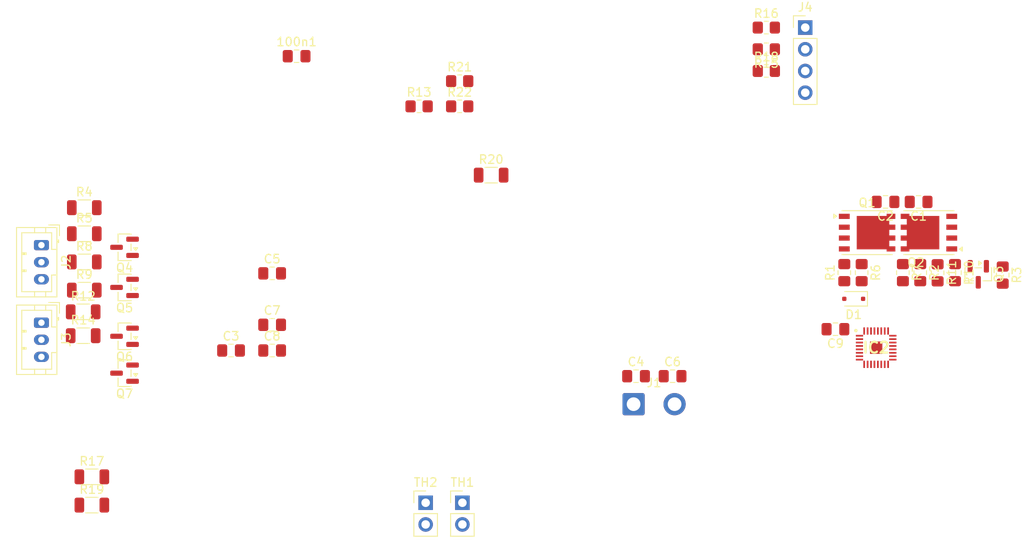
<source format=kicad_pcb>
(kicad_pcb (version 20241229) (generator "pcbnew") (generator_version "9.0")
  (layers (0 "F.Cu" signal) (2 "B.Cu" signal) (13 "F.Paste" user) (15 "B.Paste" user) (5 "F.SilkS" user "F.Silkscreen") (7 "B.SilkS" user "B.Silkscreen") (1 "F.Mask" user) (3 "B.Mask" user) (25 "Edge.Cuts" user))
  (net 0 "")
  (net 1 "Net-(IC2-SRP)")
  (net 2 "Net-(IC2-SRN)")
  (net 3 "Net-(C1-Pad2)")
  (net 4 "Net-(D1-A)")
  (net 5 "/PACK+")
  (net 6 "Net-(IC2-VC4)")
  (net 7 "Net-(IC2-VC3)")
  (net 8 "Net-(C4-Pad2)")
  (net 9 "Net-(IC2-VC2)")
  (net 10 "/PACK-")
  (net 11 "Net-(IC2-VC1)")
  (net 12 "GND")
  (net 13 "Net-(IC2-PBI)")
  (net 14 "Net-(D1-K)")
  (net 15 "Net-(IC2-TS2)")
  (net 17 "Net-(IC2-~{PRES}{slash}~{SHDN})")
  (net 18 "Net-(IC2-CHG)")
  (net 19 "Net-(IC2-SMBC)")
  (net 20 "Net-(IC2-FUSE)")
  (net 22 "Net-(IC2-TS1)")
  (net 23 "Net-(IC2-VCC)")
  (net 26 "Net-(IC2-SMBD)")
  (net 28 "Net-(IC2-PACK)")
  (net 29 "Net-(IC2-DSG)")
  (net 30 "Net-(J2-Pin_2)")
  (net 31 "Net-(J2-Pin_3)")
  (net 32 "Net-(J3-Pin_2)")
  (net 33 "/SMB_SDA")
  (net 34 "/SMB_SCL")
  (net 35 "/~{SHDN}")
  (net 36 "Net-(Q1-D)")
  (net 37 "Net-(Q1-G)")
  (net 38 "Net-(Q2-G)")
  (net 39 "Net-(Q3-G)")
  (net 40 "Net-(Q4-D)")
  (net 41 "Net-(Q5-D)")
  (net 42 "Net-(Q6-D)")
  (net 43 "Net-(Q7-S)")
  (footprint "Resistor_SMD:R_0805_2012Metric_Pad1.20x1.40mm_HandSolder" (layer "F.Cu") (at 136.224 80.752)
    (property "Reference" "R13" (at 0 -1.65 0) (layer "F.SilkS"))
    (property "Value" "0")
    (fp_line (start -0.227064 -0.735) (end 0.227064 -0.735) (stroke (width 0.12)) (layer "F.SilkS"))
    (fp_line (start -0.227064 0.735) (end 0.227064 0.735) (stroke (width 0.12)) (layer "F.SilkS"))
    (pad "1" smd roundrect (at -1 0) (size 1.2 1.4) (layers "F.Cu" "F.Mask" "F.Paste") (roundrect_rratio 0.208333) (net 12 "GND"))
    (pad "2" smd roundrect (at 1 0) (size 1.2 1.4) (layers "F.Cu" "F.Mask" "F.Paste") (roundrect_rratio 0.208333) (net 20 "Net-(IC2-FUSE)"))
  )
  (footprint "Connector_PinHeader_2.54mm:PinHeader_1x02_P2.54mm_Vertical" (layer "F.Cu") (at 141.29 127.152)
    (property "Reference" "TH1" (at 0 -2.38 0) (layer "F.SilkS"))
    (property "Value" "10k -- 3450K")
    (fp_line (start -1.38 -1.38) (end 0 -1.38) (stroke (width 0.12)) (layer "F.SilkS"))
    (fp_line (start -1.38 0) (end -1.38 -1.38) (stroke (width 0.12)) (layer "F.SilkS"))
    (fp_line (start -1.38 1.27) (end -1.38 3.92) (stroke (width 0.12)) (layer "F.SilkS"))
    (fp_line (start -1.38 1.27) (end 1.38 1.27) (stroke (width 0.12)) (layer "F.SilkS"))
    (fp_line (start -1.38 3.92) (end 1.38 3.92) (stroke (width 0.12)) (layer "F.SilkS"))
    (fp_line (start 1.38 1.27) (end 1.38 3.92) (stroke (width 0.12)) (layer "F.SilkS"))
    (pad "1" thru_hole rect (at 0 0) (size 1.7 1.7) (drill 1) (layers "*.Cu" "*.Mask") (net 15 "Net-(IC2-TS2)"))
    (pad "2" thru_hole circle (at 0 2.54) (size 1.7 1.7) (drill 1) (layers "*.Cu" "*.Mask") (net 12 "GND"))
  )
  (footprint "Capacitor_SMD:C_0805_2012Metric_Pad1.18x1.45mm_HandSolder" (layer "F.Cu") (at 190.8165 91.937 180)
    (property "Reference" "C2" (at 0 -1.68 0) (layer "F.SilkS"))
    (property "Value" "100n")
    (fp_line (start -0.261252 0.735) (end 0.261252 0.735) (stroke (width 0.12)) (layer "F.SilkS"))
    (fp_line (start -0.261252 -0.735) (end 0.261252 -0.735) (stroke (width 0.12)) (layer "F.SilkS"))
    (pad "1" smd roundrect (at -1.0375 0 180) (size 1.175 1.45) (layers "F.Cu" "F.Mask" "F.Paste") (roundrect_rratio 0.212766) (net 3 "Net-(C1-Pad2)"))
    (pad "2" smd roundrect (at 1.0375 0 180) (size 1.175 1.45) (layers "F.Cu" "F.Mask" "F.Paste") (roundrect_rratio 0.212766) (net 5 "/PACK+"))
  )
  (footprint "Capacitor_SMD:C_0805_2012Metric_Pad1.18x1.45mm_HandSolder" (layer "F.Cu") (at 165.8915 112.337)
    (property "Reference" "C6" (at 0 -1.68 0) (layer "F.SilkS"))
    (property "Value" "100n")
    (fp_line (start -0.261252 -0.735) (end 0.261252 -0.735) (stroke (width 0.12)) (layer "F.SilkS"))
    (fp_line (start -0.261252 0.735) (end 0.261252 0.735) (stroke (width 0.12)) (layer "F.SilkS"))
    (pad "1" smd roundrect (at -1.0375 0) (size 1.175 1.45) (layers "F.Cu" "F.Mask" "F.Paste") (roundrect_rratio 0.212766) (net 8 "Net-(C4-Pad2)"))
    (pad "2" smd roundrect (at 1.0375 0) (size 1.175 1.45) (layers "F.Cu" "F.Mask" "F.Paste") (roundrect_rratio 0.212766) (net 10 "/PACK-"))
  )
  (footprint "Resistor_SMD:R_1206_3216Metric" (layer "F.Cu") (at 97.0325 102.265)
    (property "Reference" "R9" (at 0 -1.83 0) (layer "F.SilkS"))
    (property "Value" "33")
    (fp_line (start -0.727064 -0.91) (end 0.727064 -0.91) (stroke (width 0.12)) (layer "F.SilkS"))
    (fp_line (start -0.727064 0.91) (end 0.727064 0.91) (stroke (width 0.12)) (layer "F.SilkS"))
    (pad "1" smd roundrect (at -1.4625 0) (size 1.125 1.75) (layers "F.Cu" "F.Mask" "F.Paste") (roundrect_rratio 0.222222) (net 30 "Net-(J2-Pin_2)"))
    (pad "2" smd roundrect (at 1.4625 0) (size 1.125 1.75) (layers "F.Cu" "F.Mask" "F.Paste") (roundrect_rratio 0.222222) (net 41 "Net-(Q5-D)"))
  )
  (footprint "BQ4050:QFN40P400X400X100-33N-D" (layer "F.Cu") (at 189.722 108.999)
    (property "Reference" "IC2" (at 0 0 0) (layer "F.SilkS") (effects (font (size 1.27 1.27) (thickness 0.254))))
    (property "Value" "BQ4050RSMR" (hide yes))
    (fp_circle (center -2.375 -2) (end -2.375 -1.9) (stroke (width 0.2)) (fill no) (layer "F.SilkS"))
    (pad "1" smd rect (at -1.95 -1.4 90) (size 0.2 0.85) (layers "F.Cu" "F.Mask" "F.Paste") (net 13 "Net-(IC2-PBI)"))
    (pad "2" smd rect (at -1.95 -1 90) (size 0.2 0.85) (layers "F.Cu" "F.Mask" "F.Paste") (net 6 "Net-(IC2-VC4)"))
    (pad "3" smd rect (at -1.95 -0.6 90) (size 0.2 0.85) (layers "F.Cu" "F.Mask" "F.Paste") (net 7 "Net-(IC2-VC3)"))
    (pad "4" smd rect (at -1.95 -0.2 90) (size 0.2 0.85) (layers "F.Cu" "F.Mask" "F.Paste") (net 9 "Net-(IC2-VC2)"))
    (pad "5" smd rect (at -1.95 0.2 90) (size 0.2 0.85) (layers "F.Cu" "F.Mask" "F.Paste") (net 11 "Net-(IC2-VC1)"))
    (pad "6" smd rect (at -1.95 0.6 90) (size 0.2 0.85) (layers "F.Cu" "F.Mask" "F.Paste") (net 2 "Net-(IC2-SRN)"))
    (pad "7" smd rect (at -1.95 1 90) (size 0.2 0.85) (layers "F.Cu" "F.Mask" "F.Paste") (net 12 "GND"))
    (pad "8" smd rect (at -1.95 1.4 90) (size 0.2 0.85) (layers "F.Cu" "F.Mask" "F.Paste") (net 1 "Net-(IC2-SRP)"))
    (pad "9" smd rect (at -1.4 1.95) (size 0.2 0.85) (layers "F.Cu" "F.Mask" "F.Paste") (net 12 "GND"))
    (pad "10" smd rect (at -1 1.95) (size 0.2 0.85) (layers "F.Cu" "F.Mask" "F.Paste") (net 22 "Net-(IC2-TS1)"))
    (pad "11" smd rect (at -0.6 1.95) (size 0.2 0.85) (layers "F.Cu" "F.Mask" "F.Paste") (net 15 "Net-(IC2-TS2)"))
    (pad "12" smd rect (at -0.2 1.95) (size 0.2 0.85) (layers "F.Cu" "F.Mask" "F.Paste") (net 12 "GND"))
    (pad "13" smd rect (at 0.2 1.95) (size 0.2 0.85) (layers "F.Cu" "F.Mask" "F.Paste") (net 12 "GND"))
    (pad "14" smd rect (at 0.6 1.95) (size 0.2 0.85) (layers "F.Cu" "F.Mask" "F.Paste") (net 12 "GND"))
    (pad "15" smd rect (at 1 1.95) (size 0.2 0.85) (layers "F.Cu" "F.Mask" "F.Paste"))
    (pad "16" smd rect (at 1.4 1.95) (size 0.2 0.85) (layers "F.Cu" "F.Mask" "F.Paste") (net 17 "Net-(IC2-~{PRES}{slash}~{SHDN})"))
    (pad "17" smd rect (at 1.95 1.4 90) (size 0.2 0.85) (layers "F.Cu" "F.Mask" "F.Paste") (net 12 "GND"))
    (pad "18" smd rect (at 1.95 1 90) (size 0.2 0.85) (layers "F.Cu" "F.Mask" "F.Paste") (net 26 "Net-(IC2-SMBD)"))
    (pad "19" smd rect (at 1.95 0.6 90) (size 0.2 0.85) (layers "F.Cu" "F.Mask" "F.Paste") (net 19 "Net-(IC2-SMBC)"))
    (pad "20" smd rect (at 1.95 0.2 90) (size 0.2 0.85) (layers "F.Cu" "F.Mask" "F.Paste"))
    (pad "21" smd rect (at 1.95 -0.2 90) (size 0.2 0.85) (layers "F.Cu" "F.Mask" "F.Paste"))
    (pad "22" smd rect (at 1.95 -0.6 90) (size 0.2 0.85) (layers "F.Cu" "F.Mask" "F.Paste"))
    (pad "23" smd rect (at 1.95 -1 90) (size 0.2 0.85) (layers "F.Cu" "F.Mask" "F.Paste") (net 12 "GND"))
    (pad "24" smd rect (at 1.95 -1.4 90) (size 0.2 0.85) (layers "F.Cu" "F.Mask" "F.Paste") (net 12 "GND"))
    (pad "25" smd rect (at 1.4 -1.95) (size 0.2 0.85) (layers "F.Cu" "F.Mask" "F.Paste") (net 20 "Net-(IC2-FUSE)"))
    (pad "26" smd rect (at 1 -1.95) (size 0.2 0.85) (layers "F.Cu" "F.Mask" "F.Paste") (net 23 "Net-(IC2-VCC)"))
    (pad "27" smd rect (at 0.6 -1.95) (size 0.2 0.85) (layers "F.Cu" "F.Mask" "F.Paste") (net 28 "Net-(IC2-PACK)"))
    (pad "28" smd rect (at 0.2 -1.95) (size 0.2 0.85) (layers "F.Cu" "F.Mask" "F.Paste") (net 29 "Net-(IC2-DSG)"))
    (pad "29" smd rect (at -0.2 -1.95) (size 0.2 0.85) (layers "F.Cu" "F.Mask" "F.Paste") (net 12 "GND"))
    (pad "30" smd rect (at -0.6 -1.95) (size 0.2 0.85) (layers "F.Cu" "F.Mask" "F.Paste"))
    (pad "31" smd rect (at -1 -1.95) (size 0.2 0.85) (layers "F.Cu" "F.Mask" "F.Paste") (net 18 "Net-(IC2-CHG)"))
    (pad "32" smd rect (at -1.4 -1.95) (size 0.2 0.85) (layers "F.Cu" "F.Mask" "F.Paste") (net 14 "Net-(D1-K)"))
    (pad "33" smd rect (at 0 0) (size 1.45 1.45) (layers "F.Cu" "F.Mask" "F.Paste") (net 12 "GND"))
  )
  (footprint "Package_SO:PowerPAK_SO-8_Single" (layer "F.Cu") (at 195.901 95.534 180)
    (property "Reference" "Q2" (at 1.524 -3.5 0) (layer "F.SilkS"))
    (property "Value" "AON6512")
    (fp_line (start -2.945 2.57) (end 2.945 2.57) (stroke (width 0.12)) (layer "F.SilkS"))
    (fp_line (start -2.945 -2.57) (end 2.945 -2.57) (stroke (width 0.12)) (layer "F.SilkS"))
    (fp_poly (pts (xy -3.575 -1.925) (xy -3.905 -2.165) (xy -3.905 -1.685) (xy -3.575 -1.925)) (stroke (width 0.12)) (fill yes) (layer "F.SilkS"))
    (pad "1" smd rect (at -2.67 -1.905 180) (size 1.27 0.61) (layers "F.Cu" "F.Mask" "F.Paste") (net 5 "/PACK+"))
    (pad "2" smd rect (at -2.67 -0.635 180) (size 1.27 0.61) (layers "F.Cu" "F.Mask" "F.Paste") (net 5 "/PACK+"))
    (pad "3" smd rect (at -2.67 0.635 180) (size 1.27 0.61) (layers "F.Cu" "F.Mask" "F.Paste") (net 5 "/PACK+"))
    (pad "4" smd rect (at -2.67 1.905 180) (size 1.27 0.61) (layers "F.Cu" "F.Mask" "F.Paste") (net 38 "Net-(Q2-G)"))
    (pad "5" smd rect (at 0.69 0 180) (size 3.81 3.91) (layers "F.Cu" "F.Mask" "F.Paste") (net 36 "Net-(Q1-D)"))
    (pad "5" smd rect (at 2.795 -1.905 180) (size 1.02 0.61) (layers "F.Cu" "F.Mask" "F.Paste") (net 36 "Net-(Q1-D)"))
    (pad "5" smd rect (at 2.795 -0.635 180) (size 1.02 0.61) (layers "F.Cu" "F.Mask" "F.Paste") (net 36 "Net-(Q1-D)"))
    (pad "5" smd rect (at 2.795 0.635 180) (size 1.02 0.61) (layers "F.Cu" "F.Mask" "F.Paste") (net 36 "Net-(Q1-D)"))
    (pad "5" smd rect (at 2.795 1.905 180) (size 1.02 0.61) (layers "F.Cu" "F.Mask" "F.Paste") (net 36 "Net-(Q1-D)"))
  )
  (footprint "Capacitor_SMD:C_0805_2012Metric_Pad1.18x1.45mm_HandSolder" (layer "F.Cu") (at 119.021 106.321)
    (property "Reference" "C7" (at 0 -1.68 0) (layer "F.SilkS"))
    (property "Value" "100n")
    (fp_line (start -0.261252 -0.735) (end 0.261252 -0.735) (stroke (width 0.12)) (layer "F.SilkS"))
    (fp_line (start -0.261252 0.735) (end 0.261252 0.735) (stroke (width 0.12)) (layer "F.SilkS"))
    (pad "1" smd roundrect (at -1.0375 0) (size 1.175 1.45) (layers "F.Cu" "F.Mask" "F.Paste") (roundrect_rratio 0.212766) (net 9 "Net-(IC2-VC2)"))
    (pad "2" smd roundrect (at 1.0375 0) (size 1.175 1.45) (layers "F.Cu" "F.Mask" "F.Paste") (roundrect_rratio 0.212766) (net 11 "Net-(IC2-VC1)"))
  )
  (footprint "Connector_PinHeader_2.54mm:PinHeader_1x02_P2.54mm_Vertical" (layer "F.Cu") (at 136.99 127.152)
    (property "Reference" "TH2" (at 0 -2.38 0) (layer "F.SilkS"))
    (property "Value" "10k -- 3450K")
    (fp_line (start -1.38 -1.38) (end 0 -1.38) (stroke (width 0.12)) (layer "F.SilkS"))
    (fp_line (start -1.38 0) (end -1.38 -1.38) (stroke (width 0.12)) (layer "F.SilkS"))
    (fp_line (start -1.38 1.27) (end -1.38 3.92) (stroke (width 0.12)) (layer "F.SilkS"))
    (fp_line (start -1.38 1.27) (end 1.38 1.27) (stroke (width 0.12)) (layer "F.SilkS"))
    (fp_line (start -1.38 3.92) (end 1.38 3.92) (stroke (width 0.12)) (layer "F.SilkS"))
    (fp_line (start 1.38 1.27) (end 1.38 3.92) (stroke (width 0.12)) (layer "F.SilkS"))
    (pad "1" thru_hole rect (at 0 0) (size 1.7 1.7) (drill 1) (layers "*.Cu" "*.Mask") (net 22 "Net-(IC2-TS1)"))
    (pad "2" thru_hole circle (at 0 2.54) (size 1.7 1.7) (drill 1) (layers "*.Cu" "*.Mask") (net 12 "GND"))
  )
  (footprint "Resistor_SMD:R_0805_2012Metric_Pad1.20x1.40mm_HandSolder" (layer "F.Cu") (at 204.536 100.503 -90)
    (property "Reference" "R3" (at 0 -1.65 90) (layer "F.SilkS"))
    (property "Value" "10k")
    (fp_line (start -0.227064 0.735) (end 0.227064 0.735) (stroke (width 0.12)) (layer "F.SilkS"))
    (fp_line (start -0.227064 -0.735) (end 0.227064 -0.735) (stroke (width 0.12)) (layer "F.SilkS"))
    (pad "1" smd roundrect (at -1 0 270) (size 1.2 1.4) (layers "F.Cu" "F.Mask" "F.Paste") (roundrect_rratio 0.208333) (net 39 "Net-(Q3-G)"))
    (pad "2" smd roundrect (at 1 0 270) (size 1.2 1.4) (layers "F.Cu" "F.Mask" "F.Paste") (roundrect_rratio 0.208333) (net 10 "/PACK-"))
  )
  (footprint "Capacitor_SMD:C_0805_2012Metric_Pad1.18x1.45mm_HandSolder" (layer "F.Cu") (at 184.9565 106.837 180)
    (property "Reference" "C9" (at 0 -1.68 0) (layer "F.SilkS"))
    (property "Value" "2u2")
    (fp_line (start -0.261252 0.735) (end 0.261252 0.735) (stroke (width 0.12)) (layer "F.SilkS"))
    (fp_line (start -0.261252 -0.735) (end 0.261252 -0.735) (stroke (width 0.12)) (layer "F.SilkS"))
    (pad "1" smd roundrect (at -1.0375 0 180) (size 1.175 1.45) (layers "F.Cu" "F.Mask" "F.Paste") (roundrect_rratio 0.212766) (net 13 "Net-(IC2-PBI)"))
    (pad "2" smd roundrect (at 1.0375 0 180) (size 1.175 1.45) (layers "F.Cu" "F.Mask" "F.Paste") (roundrect_rratio 0.212766) (net 12 "GND"))
  )
  (footprint "Resistor_SMD:R_1206_3216Metric" (layer "F.Cu") (at 97.0325 92.613)
    (property "Reference" "R4" (at 0 -1.83 0) (layer "F.SilkS"))
    (property "Value" "200")
    (fp_line (start -0.727064 -0.91) (end 0.727064 -0.91) (stroke (width 0.12)) (layer "F.SilkS"))
    (fp_line (start -0.727064 0.91) (end 0.727064 0.91) (stroke (width 0.12)) (layer "F.SilkS"))
    (pad "1" smd roundrect (at -1.4625 0) (size 1.125 1.75) (layers "F.Cu" "F.Mask" "F.Paste") (roundrect_rratio 0.222222) (net 4 "Net-(D1-A)"))
    (pad "2" smd roundrect (at 1.4625 0) (size 1.125 1.75) (layers "F.Cu" "F.Mask" "F.Paste") (roundrect_rratio 0.222222) (net 6 "Net-(IC2-VC4)"))
  )
  (footprint "Resistor_SMD:R_0805_2012Metric_Pad1.20x1.40mm_HandSolder" (layer "F.Cu") (at 194.884 100.217 -90)
    (property "Reference" "R2" (at 0 -1.65 90) (layer "F.SilkS"))
    (property "Value" "10M")
    (fp_line (start -0.227064 0.735) (end 0.227064 0.735) (stroke (width 0.12)) (layer "F.SilkS"))
    (fp_line (start -0.227064 -0.735) (end 0.227064 -0.735) (stroke (width 0.12)) (layer "F.SilkS"))
    (pad "1" smd roundrect (at -1 0 270) (size 1.2 1.4) (layers "F.Cu" "F.Mask" "F.Paste") (roundrect_rratio 0.208333) (net 5 "/PACK+"))
    (pad "2" smd roundrect (at 1 0 270) (size 1.2 1.4) (layers "F.Cu" "F.Mask" "F.Paste") (roundrect_rratio 0.208333) (net 38 "Net-(Q2-G)"))
  )
  (footprint "Capacitor_SMD:C_0805_2012Metric_Pad1.18x1.45mm_HandSolder" (layer "F.Cu") (at 114.211 109.331)
    (property "Reference" "C3" (at 0 -1.68 0) (layer "F.SilkS"))
    (property "Value" "100n")
    (fp_line (start -0.261252 -0.735) (end 0.261252 -0.735) (stroke (width 0.12)) (layer "F.SilkS"))
    (fp_line (start -0.261252 0.735) (end 0.261252 0.735) (stroke (width 0.12)) (layer "F.SilkS"))
    (pad "1" smd roundrect (at -1.0375 0) (size 1.175 1.45) (layers "F.Cu" "F.Mask" "F.Paste") (roundrect_rratio 0.212766) (net 6 "Net-(IC2-VC4)"))
    (pad "2" smd roundrect (at 1.0375 0) (size 1.175 1.45) (layers "F.Cu" "F.Mask" "F.Paste") (roundrect_rratio 0.212766) (net 7 "Net-(IC2-VC3)"))
  )
  (footprint "Capacitor_SMD:C_0805_2012Metric_Pad1.18x1.45mm_HandSolder" (layer "F.Cu") (at 119.021 100.301)
    (property "Reference" "C5" (at 0 -1.68 0) (layer "F.SilkS"))
    (property "Value" "100n")
    (fp_line (start -0.261252 -0.735) (end 0.261252 -0.735) (stroke (width 0.12)) (layer "F.SilkS"))
    (fp_line (start -0.261252 0.735) (end 0.261252 0.735) (stroke (width 0.12)) (layer "F.SilkS"))
    (pad "1" smd roundrect (at -1.0375 0) (size 1.175 1.45) (layers "F.Cu" "F.Mask" "F.Paste") (roundrect_rratio 0.212766) (net 7 "Net-(IC2-VC3)"))
    (pad "2" smd roundrect (at 1.0375 0) (size 1.175 1.45) (layers "F.Cu" "F.Mask" "F.Paste") (roundrect_rratio 0.212766) (net 9 "Net-(IC2-VC2)"))
  )
  (footprint "Package_TO_SOT_SMD:SOT-23" (layer "F.Cu") (at 201.676 100.4085 -90)
    (property "Reference" "Q3" (at 0 -2.4 90) (layer "F.SilkS"))
    (property "Value" "2N7002")
    (fp_line (start -0.76 1.56) (end -0.76 1.51) (stroke (width 0.12)) (layer "F.SilkS"))
    (fp_line (start 0.76 1.56) (end -0.76 1.56) (stroke (width 0.12)) (layer "F.SilkS"))
    (fp_line (start 0.76 0.56) (end 0.76 1.56) (stroke (width 0.12)) (layer "F.SilkS"))
    (fp_line (start -0.76 0.39) (end -0.76 -0.39) (stroke (width 0.12)) (layer "F.SilkS"))
    (fp_line (start -0.76 -1.51) (end -0.76 -1.56) (stroke (width 0.12)) (layer "F.SilkS"))
    (fp_line (start -0.76 -1.56) (end 0.76 -1.56) (stroke (width 0.12)) (layer "F.SilkS"))
    (fp_line (start 0.76 -1.56) (end 0.76 -0.56) (stroke (width 0.12)) (layer "F.SilkS"))
    (fp_poly (pts (xy -1.3 -0.38) (xy -1.06 -0.05) (xy -1.54 -0.05)) (stroke (width 0.12)) (fill yes) (layer "F.SilkS"))
    (pad "1" smd roundrect (at -0.9375 -0.95 270) (size 1.475 0.6) (layers "F.Cu" "F.Mask" "F.Paste") (net 39 "Net-(Q3-G)"))
    (pad "2" smd roundrect (at -0.9375 0.95 270) (size 1.475 0.6) (layers "F.Cu" "F.Mask" "F.Paste") (net 5 "/PACK+"))
    (pad "3" smd roundrect (at 0.9375 0 270) (size 1.475 0.6) (layers "F.Cu" "F.Mask" "F.Paste") (net 38 "Net-(Q2-G)"))
  )
  (footprint "Package_TO_SOT_SMD:SOT-23" (layer "F.Cu") (at 101.7445 101.945 180)
    (property "Reference" "Q5" (at 0 -2.4 0) (layer "F.SilkS"))
    (property "Value" "AO3400A")
    (fp_line (start 0.76 1.56) (end -0.76 1.56) (stroke (width 0.12)) (layer "F.SilkS"))
    (fp_line (start 0.76 0.56) (end 0.76 1.56) (stroke (width 0.12)) (layer "F.SilkS"))
    (fp_line (start 0.76 -1.56) (end 0.76 -0.56) (stroke (width 0.12)) (layer "F.SilkS"))
    (fp_line (start -0.76 1.56) (end -0.76 1.51) (stroke (width 0.12)) (layer "F.SilkS"))
    (fp_line (start -0.76 0.39) (end -0.76 -0.39) (stroke (width 0.12)) (layer "F.SilkS"))
    (fp_line (start -0.76 -1.51) (end -0.76 -1.56) (stroke (width 0.12)) (layer "F.SilkS"))
    (fp_line (start -0.76 -1.56) (end 0.76 -1.56) (stroke (width 0.12)) (layer "F.SilkS"))
    (fp_poly (pts (xy -1.3 -0.38) (xy -1.06 -0.05) (xy -1.54 -0.05)) (stroke (width 0.12)) (fill yes) (layer "F.SilkS"))
    (pad "1" smd roundrect (at -0.9375 -0.95 180) (size 1.475 0.6) (layers "F.Cu" "F.Mask" "F.Paste") (net 9 "Net-(IC2-VC2)"))
    (pad "2" smd roundrect (at -0.9375 0.95 180) (size 1.475 0.6) (layers "F.Cu" "F.Mask" "F.Paste") (net 31 "Net-(J2-Pin_3)"))
    (pad "3" smd roundrect (at 0.9375 0 180) (size 1.475 0.6) (layers "F.Cu" "F.Mask" "F.Paste") (net 41 "Net-(Q5-D)"))
  )
  (footprint "Resistor_SMD:R_1206_3216Metric" (layer "F.Cu") (at 97.9175 124.117)
    (property "Reference" "R17" (at 0 -1.83 0) (layer "F.SilkS"))
    (property "Value" "200")
    (fp_line (start -0.727064 -0.91) (end 0.727064 -0.91) (stroke (width 0.12)) (layer "F.SilkS"))
    (fp_line (start -0.727064 0.91) (end 0.727064 0.91) (stroke (width 0.12)) (layer "F.SilkS"))
    (pad "1" smd roundrect (at -1.4625 0) (size 1.125 1.75) (layers "F.Cu" "F.Mask" "F.Paste") (roundrect_rratio 0.222222) (net 32 "Net-(J3-Pin_2)"))
    (pad "2" smd roundrect (at 1.4625 0) (size 1.125 1.75) (layers "F.Cu" "F.Mask" "F.Paste") (roundrect_rratio 0.222222) (net 11 "Net-(IC2-VC1)"))
  )
  (footprint "Resistor_SMD:R_0805_2012Metric_Pad1.20x1.40mm_HandSolder" (layer "F.Cu") (at 140.974 77.802)
    (property "Reference" "R21" (at 0 -1.65 0) (layer "F.SilkS"))
    (property "Value" "100")
    (fp_line (start -0.227064 -0.735) (end 0.227064 -0.735) (stroke (width 0.12)) (layer "F.SilkS"))
    (fp_line (start -0.227064 0.735) (end 0.227064 0.735) (stroke (width 0.12)) (layer "F.SilkS"))
    (pad "1" smd roundrect (at -1 0) (size 1.2 1.4) (layers "F.Cu" "F.Mask" "F.Paste") (roundrect_rratio 0.208333) (net 1 "Net-(IC2-SRP)"))
    (pad "2" smd roundrect (at 1 0) (size 1.2 1.4) (layers "F.Cu" "F.Mask" "F.Paste") (roundrect_rratio 0.208333) (net 12 "GND"))
  )
  (footprint "Resistor_SMD:R_0805_2012Metric_Pad1.20x1.40mm_HandSolder" (layer "F.Cu") (at 176.866 74.071 180)
    (property "Reference" "R15" (at 0 -1.65 0) (layer "F.SilkS"))
    (property "Value" "100")
    (fp_line (start -0.227064 0.735) (end 0.227064 0.735) (stroke (width 0.12)) (layer "F.SilkS"))
    (fp_line (start -0.227064 -0.735) (end 0.227064 -0.735) (stroke (width 0.12)) (layer "F.SilkS"))
    (pad "1" smd roundrect (at -1 0 180) (size 1.2 1.4) (layers "F.Cu" "F.Mask" "F.Paste") (roundrect_rratio 0.208333) (net 34 "/SMB_SCL"))
    (pad "2" smd roundrect (at 1 0 180) (size 1.2 1.4) (layers "F.Cu" "F.Mask" "F.Paste") (roundrect_rratio 0.208333) (net 19 "Net-(IC2-SMBC)"))
  )
  (footprint "Resistor_SMD:R_0805_2012Metric_Pad1.20x1.40mm_HandSolder" (layer "F.Cu") (at 176.866 71.531)
    (property "Reference" "R16" (at 0 -1.65 0) (layer "F.SilkS"))
    (property "Value" "100")
    (fp_line (start -0.227064 -0.735) (end 0.227064 -0.735) (stroke (width 0.12)) (layer "F.SilkS"))
    (fp_line (start -0.227064 0.735) (end 0.227064 0.735) (stroke (width 0.12)) (layer "F.SilkS"))
    (pad "1" smd roundrect (at -1 0) (size 1.2 1.4) (layers "F.Cu" "F.Mask" "F.Paste") (roundrect_rratio 0.208333) (net 26 "Net-(IC2-SMBD)"))
    (pad "2" smd roundrect (at 1 0) (size 1.2 1.4) (layers "F.Cu" "F.Mask" "F.Paste") (roundrect_rratio 0.208333) (net 33 "/SMB_SDA"))
  )
  (footprint "Package_TO_SOT_SMD:SOT-23" (layer "F.Cu") (at 101.7445 107.665 180)
    (property "Reference" "Q6" (at 0 -2.4 0) (layer "F.SilkS"))
    (property "Value" "AO3400A")
    (fp_line (start 0.76 1.56) (end -0.76 1.56) (stroke (width 0.12)) (layer "F.SilkS"))
    (fp_line (start 0.76 0.56) (end 0.76 1.56) (stroke (width 0.12)) (layer "F.SilkS"))
    (fp_line (start 0.76 -1.56) (end 0.76 -0.56) (stroke (width 0.12)) (layer "F.SilkS"))
    (fp_line (start -0.76 1.56) (end -0.76 1.51) (stroke (width 0.12)) (layer "F.SilkS"))
    (fp_line (start -0.76 0.39) (end -0.76 -0.39) (stroke (width 0.12)) (layer "F.SilkS"))
    (fp_line (start -0.76 -1.51) (end -0.76 -1.56) (stroke (width 0.12)) (layer "F.SilkS"))
    (fp_line (start -0.76 -1.56) (end 0.76 -1.56) (stroke (width 0.12)) (layer "F.SilkS"))
    (fp_poly (pts (xy -1.3 -0.38) (xy -1.06 -0.05) (xy -1.54 -0.05)) (stroke (width 0.12)) (fill yes) (layer "F.SilkS"))
    (pad "1" smd roundrect (at -0.9375 -0.95 180) (size 1.475 0.6) (layers "F.Cu" "F.Mask" "F.Paste") (net 11 "Net-(IC2-VC1)"))
    (pad "2" smd roundrect (at -0.9375 0.95 180) (size 1.475 0.6) (layers "F.Cu" "F.Mask" "F.Paste") (net 32 "Net-(J3-Pin_2)"))
    (pad "3" smd roundrect (at 0.9375 0 180) (size 1.475 0.6) (layers "F.Cu" "F.Mask" "F.Paste") (net 42 "Net-(Q6-D)"))
  )
  (footprint "Package_TO_SOT_SMD:SOT-23" (layer "F.Cu") (at 101.7445 97.251 180)
    (property "Reference" "Q4" (at 0 -2.4 0) (layer "F.SilkS"))
    (property "Value" "AO3400A")
    (fp_line (start 0.76 1.56) (end -0.76 1.56) (stroke (width 0.12)) (layer "F.SilkS"))
    (fp_line (start 0.76 0.56) (end 0.76 1.56) (stroke (width 0.12)) (layer "F.SilkS"))
    (fp_line (start 0.76 -1.56) (end 0.76 -0.56) (stroke (width 0.12)) (layer "F.SilkS"))
    (fp_line (start -0.76 1.56) (end -0.76 1.51) (stroke (width 0.12)) (layer "F.SilkS"))
    (fp_line (start -0.76 0.39) (end -0.76 -0.39) (stroke (width 0.12)) (layer "F.SilkS"))
    (fp_line (start -0.76 -1.51) (end -0.76 -1.56) (stroke (width 0.12)) (layer "F.SilkS"))
    (fp_line (start -0.76 -1.56) (end 0.76 -1.56) (stroke (width 0.12)) (layer "F.SilkS"))
    (fp_poly (pts (xy -1.3 -0.38) (xy -1.06 -0.05) (xy -1.54 -0.05)) (stroke (width 0.12)) (fill yes) (layer "F.SilkS"))
    (pad "1" smd roundrect (at -0.9375 -0.95 180) (size 1.475 0.6) (layers "F.Cu" "F.Mask" "F.Paste") (net 7 "Net-(IC2-VC3)"))
    (pad "2" smd roundrect (at -0.9375 0.95 180) (size 1.475 0.6) (layers "F.Cu" "F.Mask" "F.Paste") (net 30 "Net-(J2-Pin_2)"))
    (pad "3" smd roundrect (at 0.9375 0 180) (size 1.475 0.6) (layers "F.Cu" "F.Mask" "F.Paste") (net 40 "Net-(Q4-D)"))
  )
  (footprint "Connector_JST:JST_PH_B3B-PH-K_1x03_P2.00mm_Vertical" (layer "F.Cu") (at 92.014 96.995 -90)
    (property "Reference" "J2" (at 2 -2.9 90) (layer "F.SilkS"))
    (property "Value" "PACK1")
    (fp_line (start -2.06 2.91) (end 6.06 2.91) (stroke (width 0.12)) (layer "F.SilkS"))
    (fp_line (start 6.06 2.91) (end 6.06 -1.81) (stroke (width 0.12)) (layer "F.SilkS"))
    (fp_line (start -1.45 2.3) (end 5.45 2.3) (stroke (width 0.12)) (layer "F.SilkS"))
    (fp_line (start 0.9 2.3) (end 0.9 1.8) (stroke (width 0.12)) (layer "F.SilkS"))
    (fp_line (start 1 2.3) (end 1 1.8) (stroke (width 0.12)) (layer "F.SilkS"))
    (fp_line (start 2.9 2.3) (end 2.9 1.8) (stroke (width 0.12)) (layer "F.SilkS"))
    (fp_line (start 3 2.3) (end 3 1.8) (stroke (width 0.12)) (layer "F.SilkS"))
    (fp_line (start 5.45 2.3) (end 5.45 -1.2) (stroke (width 0.12)) (layer "F.SilkS"))
    (fp_line (start 0.9 1.8) (end 1.1 1.8) (stroke (width 0.12)) (layer "F.SilkS"))
    (fp_line (start 1.1 1.8) (end 1.1 2.3) (stroke (width 0.12)) (layer "F.SilkS"))
    (fp_line (start 2.9 1.8) (end 3.1 1.8) (stroke (width 0.12)) (layer "F.SilkS"))
    (fp_line (start 3.1 1.8) (end 3.1 2.3) (stroke (width 0.12)) (layer "F.SilkS"))
    (fp_line (start -2.06 0.8) (end -1.45 0.8) (stroke (width 0.12)) (layer "F.SilkS"))
    (fp_line (start 6.06 0.8) (end 5.45 0.8) (stroke (width 0.12)) (layer "F.SilkS"))
    (fp_line (start -2.06 -0.5) (end -1.45 -0.5) (stroke (width 0.12)) (layer "F.SilkS"))
    (fp_line (start 6.06 -0.5) (end 5.45 -0.5) (stroke (width 0.12)) (layer "F.SilkS"))
    (fp_line (start -1.45 -1.2) (end -1.45 2.3) (stroke (width 0.12)) (layer "F.SilkS"))
    (fp_line (start 0.5 -1.2) (end -1.45 -1.2) (stroke (width 0.12)) (layer "F.SilkS"))
    (fp_line (start 3.5 -1.2) (end 3.5 -1.81) (stroke (width 0.12)) (layer "F.SilkS"))
    (fp_line (start 5.45 -1.2) (end 3.5 -1.2) (stroke (width 0.12)) (layer "F.SilkS"))
    (fp_line (start -2.06 -1.81) (end -2.06 2.91) (stroke (width 0.12)) (layer "F.SilkS"))
    (fp_line (start -0.3 -1.81) (end -0.3 -2.01) (stroke (width 0.12)) (layer "F.SilkS"))
    (fp_line (start 0.5 -1.81) (end 0.5 -1.2) (stroke (width 0.12)) (layer "F.SilkS"))
    (fp_line (start 6.06 -1.81) (end -2.06 -1.81) (stroke (width 0.12)) (layer "F.SilkS"))
    (fp_line (start -0.3 -1.91) (end -0.6 -1.91) (stroke (width 0.12)) (layer "F.SilkS"))
    (fp_line (start -0.6 -2.01) (end -0.6 -1.81) (stroke (width 0.12)) (layer "F.SilkS"))
    (fp_line (start -0.3 -2.01) (end -0.6 -2.01) (stroke (width 0.12)) (layer "F.SilkS"))
    (fp_line (start -2.36 -2.11) (end -2.36 -0.86) (stroke (width 0.12)) (layer "F.SilkS"))
    (fp_line (start -1.11 -2.11) (end -2.36 -2.11) (stroke (width 0.12)) (layer "F.SilkS"))
    (pad "1" thru_hole roundrect (at 0 0 270) (size 1.2 1.75) (drill 0.75) (layers "*.Cu" "*.Mask") (roundrect_rratio 0.208333) (net 4 "Net-(D1-A)"))
    (pad "2" thru_hole oval (at 2 0 270) (size 1.2 1.75) (drill 0.75) (layers "*.Cu" "*.Mask") (net 30 "Net-(J2-Pin_2)"))
    (pad "3" thru_hole oval (at 4 0 270) (size 1.2 1.75) (drill 0.75) (layers "*.Cu" "*.Mask") (net 31 "Net-(J2-Pin_3)"))
  )
  (footprint "Resistor_SMD:R_1206_3216Metric" (layer "F.Cu") (at 144.6535 88.803)
    (property "Reference" "R20" (at 0 -1.83 0) (layer "F.SilkS"))
    (property "Value" "0.001")
    (fp_line (start -0.727064 -0.91) (end 0.727064 -0.91) (stroke (width 0.12)) (layer "F.SilkS"))
    (fp_line (start -0.727064 0.91) (end 0.727064 0.91) (stroke (width 0.12)) (layer "F.SilkS"))
    (pad "1" smd roundrect (at -1.4625 0) (size 1.125 1.75) (layers "F.Cu" "F.Mask" "F.Paste") (roundrect_rratio 0.222222) (net 12 "GND"))
    (pad "2" smd roundrect (at 1.4625 0) (size 1.125 1.75) (layers "F.Cu" "F.Mask" "F.Paste") (roundrect_rratio 0.222222) (net 10 "/PACK-"))
  )
  (footprint "Capacitor_SMD:C_0805_2012Metric_Pad1.18x1.45mm_HandSolder" (layer "F.Cu") (at 121.884 74.882)
    (property "Reference" "100n1" (at 0 -1.68 0) (layer "F.SilkS"))
    (property "Value" "C")
    (fp_line (start -0.261252 -0.735) (end 0.261252 -0.735) (stroke (width 0.12)) (layer "F.SilkS"))
    (fp_line (start -0.261252 0.735) (end 0.261252 0.735) (stroke (width 0.12)) (layer "F.SilkS"))
    (pad "1" smd roundrect (at -1.0375 0) (size 1.175 1.45) (layers "F.Cu" "F.Mask" "F.Paste") (roundrect_rratio 0.212766) (net 1 "Net-(IC2-SRP)"))
    (pad "2" smd roundrect (at 1.0375 0) (size 1.175 1.45) (layers "F.Cu" "F.Mask" "F.Paste") (roundrect_rratio 0.212766) (net 2 "Net-(IC2-SRN)"))
  )
  (footprint "Resistor_SMD:R_1206_3216Metric" (layer "F.Cu") (at 97.0325 95.661)
    (property "Reference" "R5" (at 0 -1.83 0) (layer "F.SilkS"))
    (property "Value" "33")
    (fp_line (start -0.727064 -0.91) (end 0.727064 -0.91) (stroke (width 0.12)) (layer "F.SilkS"))
    (fp_line (start -0.727064 0.91) (end 0.727064 0.91) (stroke (width 0.12)) (layer "F.SilkS"))
    (pad "1" smd roundrect (at -1.4625 0) (size 1.125 1.75) (layers "F.Cu" "F.Mask" "F.Paste") (roundrect_rratio 0.222222) (net 4 "Net-(D1-A)"))
    (pad "2" smd roundrect (at 1.4625 0) (size 1.125 1.75) (layers "F.Cu" "F.Mask" "F.Paste") (roundrect_rratio 0.222222) (net 40 "Net-(Q4-D)"))
  )
  (footprint "Resistor_SMD:R_0805_2012Metric_Pad1.20x1.40mm_HandSolder" (layer "F.Cu") (at 196.916 100.233 -90)
    (property "Reference" "R11" (at 0 -1.65 90) (layer "F.SilkS"))
    (property "Value" "10k")
    (fp_line (start -0.227064 0.735) (end 0.227064 0.735) (stroke (width 0.12)) (layer "F.SilkS"))
    (fp_line (start -0.227064 -0.735) (end 0.227064 -0.735) (stroke (width 0.12)) (layer "F.SilkS"))
    (pad "1" smd roundrect (at -1 0 270) (size 1.2 1.4) (layers "F.Cu" "F.Mask" "F.Paste") (roundrect_rratio 0.208333) (net 5 "/PACK+"))
    (pad "2" smd roundrect (at 1 0 270) (size 1.2 1.4) (layers "F.Cu" "F.Mask" "F.Paste") (roundrect_rratio 0.208333) (net 28 "Net-(IC2-PACK)"))
  )
  (footprint "Package_SO:PowerPAK_SO-8_Single" (layer "F.Cu") (at 188.664 95.534)
    (property "Reference" "Q1" (at 0 -3.5 0) (layer "F.SilkS"))
    (property "Value" "AON6512")
    (fp_line (start -2.945 -2.57) (end 2.945 -2.57) (stroke (width 0.12)) (layer "F.SilkS"))
    (fp_line (start -2.945 2.57) (end 2.945 2.57) (stroke (width 0.12)) (layer "F.SilkS"))
    (fp_poly (pts (xy -3.575 -1.925) (xy -3.905 -2.165) (xy -3.905 -1.685) (xy -3.575 -1.925)) (stroke (width 0.12)) (fill yes) (layer "F.SilkS"))
    (pad "1" smd rect (at -2.67 -1.905) (size 1.27 0.61) (layers "F.Cu" "F.Mask" "F.Paste") (net 4 "Net-(D1-A)"))
    (pad "2" smd rect (at -2.67 -0.635) (size 1.27 0.61) (layers "F.Cu" "F.Mask" "F.Paste") (net 4 "Net-(D1-A)"))
    (pad "3" smd rect (at -2.67 0.635) (size 1.27 0.61) (layers "F.Cu" "F.Mask" "F.Paste") (net 4 "Net-(D1-A)"))
    (pad "4" smd rect (at -2.67 1.905) (size 1.27 0.61) (layers "F.Cu" "F.Mask" "F.Paste") (net 37 "Net-(Q1-G)"))
    (pad "5" smd rect (at 0.69 0) (size 3.81 3.91) (layers "F.Cu" "F.Mask" "F.Paste") (net 36 "Net-(Q1-D)"))
    (pad "5" smd rect (at 2.795 -1.905) (size 1.02 0.61) (layers "F.Cu" "F.Mask" "F.Paste") (net 36 "Net-(Q1-D)"))
    (pad "5" smd rect (at 2.795 -0.635) (size 1.02 0.61) (layers "F.Cu" "F.Mask" "F.Paste") (net 36 "Net-(Q1-D)"))
    (pad "5" smd rect (at 2.795 0.635) (size 1.02 0.61) (layers "F.Cu" "F.Mask" "F.Paste") (net 36 "Net-(Q1-D)"))
    (pad "5" smd rect (at 2.795 1.905) (size 1.02 0.61) (layers "F.Cu" "F.Mask" "F.Paste") (net 36 "Net-(Q1-D)"))
  )
  (footprint "Capacitor_SMD:C_0805_2012Metric_Pad1.18x1.45mm_HandSolder" (layer "F.Cu") (at 119.021 109.331)
    (property "Reference" "C8" (at 0 -1.68 0) (layer "F.SilkS"))
    (property "Value" "100n")
    (fp_line (start -0.261252 -0.735) (end 0.261252 -0.735) (stroke (width 0.12)) (layer "F.SilkS"))
    (fp_line (start -0.261252 0.735) (end 0.261252 0.735) (stroke (width 0.12)) (layer "F.SilkS"))
    (pad "1" smd roundrect (at -1.0375 0) (size 1.175 1.45) (layers "F.Cu" "F.Mask" "F.Paste") (roundrect_rratio 0.212766) (net 11 "Net-(IC2-VC1)"))
    (pad "2" smd roundrect (at 1.0375 0) (size 1.175 1.45) (layers "F.Cu" "F.Mask" "F.Paste") (roundrect_rratio 0.212766) (net 12 "GND"))
  )
  (footprint "Connector_PinHeader_2.54mm:PinHeader_1x04_P2.54mm_Vertical" (layer "F.Cu") (at 181.422 71.531)
    (property "Reference" "J4" (at 0 -2.38 0) (layer "F.SilkS"))
    (property "Value" "COM")
    (fp_line (start -1.38 -1.38) (end 0 -1.38) (stroke (width 0.12)) (layer "F.SilkS"))
    (fp_line (start -1.38 0) (end -1.38 -1.38) (stroke (width 0.12)) (layer "F.SilkS"))
    (fp_line (start -1.38 1.27) (end -1.38 9) (stroke (width 0.12)) (layer "F.SilkS"))
    (fp_line (start -1.38 1.27) (end 1.38 1.27) (stroke (width 0.12)) (layer "F.SilkS"))
    (fp_line (start -1.38 9) (end 1.38 9) (stroke (width 0.12)) (layer "F.SilkS"))
    (fp_line (start 1.38 1.27) (end 1.38 9) (stroke (width 0.12)) (layer "F.SilkS"))
    (pad "1" thru_hole rect (at 0 0) (size 1.7 1.7) (drill 1) (layers "*.Cu" "*.Mask") (net 33 "/SMB_SDA"))
    (pad "2" thru_hole circle (at 0 2.54) (size 1.7 1.7) (drill 1) (layers "*.Cu" "*.Mask") (net 34 "/SMB_SCL"))
    (pad "3" thru_hole circle (at 0 5.08) (size 1.7 1.7) (drill 1) (layers "*.Cu" "*.Mask") (net 35 "/~{SHDN}"))
    (pad "4" thru_hole circle (at 0 7.62) (size 1.7 1.7) (drill 1) (layers "*.Cu" "*.Mask") (net 12 "GND"))
  )
  (footprint "Resistor_SMD:R_1206_3216Metric" (layer "F.Cu") (at 96.9015 104.805)
    (property "Reference" "R12" (at 0 -1.83 0) (layer "F.SilkS"))
    (property "Value" "200")
    (fp_line (start -0.727064 -0.91) (end 0.727064 -0.91) (stroke (width 0.12)) (layer "F.SilkS"))
    (fp_line (start -0.727064 0.91) (end 0.727064 0.91) (stroke (width 0.12)) (layer "F.SilkS"))
    (pad "1" smd roundrect (at -1.4625 0) (size 1.125 1.75) (layers "F.Cu" "F.Mask" "F.Paste") (roundrect_rratio 0.222222) (net 31 "Net-(J2-Pin_3)"))
    (pad "2" smd roundrect (at 1.4625 0) (size 1.125 1.75) (layers "F.Cu" "F.Mask" "F.Paste") (roundrect_rratio 0.222222) (net 9 "Net-(IC2-VC2)"))
  )
  (footprint "Capacitor_SMD:C_0805_2012Metric_Pad1.18x1.45mm_HandSolder" (layer "F.Cu") (at 161.6165 112.337)
    (property "Reference" "C4" (at 0 -1.68 0) (layer "F.SilkS"))
    (property "Value" "100n")
    (fp_line (start -0.261252 -0.735) (end 0.261252 -0.735) (stroke (width 0.12)) (layer "F.SilkS"))
    (fp_line (start -0.261252 0.735) (end 0.261252 0.735) (stroke (width 0.12)) (layer "F.SilkS"))
    (pad "1" smd roundrect (at -1.0375 0) (size 1.175 1.45) (layers "F.Cu" "F.Mask" "F.Paste") (roundrect_rratio 0.212766) (net 5 "/PACK+"))
    (pad "2" smd roundrect (at 1.0375 0) (size 1.175 1.45) (layers "F.Cu" "F.Mask" "F.Paste") (roundrect_rratio 0.212766) (net 8 "Net-(C4-Pad2)"))
  )
  (footprint "Resistor_SMD:R_1206_3216Metric" (layer "F.Cu") (at 97.0325 98.963)
    (property "Reference" "R8" (at 0 -1.83 0) (layer "F.SilkS"))
    (property "Value" "200")
    (fp_line (start -0.727064 -0.91) (end 0.727064 -0.91) (stroke (width 0.12)) (layer "F.SilkS"))
    (fp_line (start -0.727064 0.91) (end 0.727064 0.91) (stroke (width 0.12)) (layer "F.SilkS"))
    (pad "1" smd roundrect (at -1.4625 0) (size 1.125 1.75) (layers "F.Cu" "F.Mask" "F.Paste") (roundrect_rratio 0.222222) (net 30 "Net-(J2-Pin_2)"))
    (pad "2" smd roundrect (at 1.4625 0) (size 1.125 1.75) (layers "F.Cu" "F.Mask" "F.Paste") (roundrect_rratio 0.222222) (net 7 "Net-(IC2-VC3)"))
  )
  (footprint "Resistor_SMD:R_0805_2012Metric_Pad1.20x1.40mm_HandSolder" (layer "F.Cu") (at 185.994 100.217 90)
    (property "Reference" "R1" (at 0 -1.65 90) (layer "F.SilkS"))
    (property "Value" "10M")
    (fp_line (start -0.227064 -0.735) (end 0.227064 -0.735) (stroke (width 0.12)) (layer "F.SilkS"))
    (fp_line (start -0.227064 0.735) (end 0.227064 0.735) (stroke (width 0.12)) (layer "F.SilkS"))
    (pad "1" smd roundrect (at -1 0 90) (size 1.2 1.4) (layers "F.Cu" "F.Mask" "F.Paste") (roundrect_rratio 0.208333) (net 4 "Net-(D1-A)"))
    (pad "2" smd roundrect (at 1 0 90) (size 1.2 1.4) (layers "F.Cu" "F.Mask" "F.Paste") (roundrect_rratio 0.208333) (net 37 "Net-(Q1-G)"))
  )
  (footprint "Connector_JST:JST_PH_B3B-PH-K_1x03_P2.00mm_Vertical" (layer "F.Cu") (at 92.014 106.075 -90)
    (property "Reference" "J3" (at 2 -2.9 90) (layer "F.SilkS"))
    (property "Value" "PACK2")
    (fp_line (start -2.06 2.91) (end 6.06 2.91) (stroke (width 0.12)) (layer "F.SilkS"))
    (fp_line (start 6.06 2.91) (end 6.06 -1.81) (stroke (width 0.12)) (layer "F.SilkS"))
    (fp_line (start -1.45 2.3) (end 5.45 2.3) (stroke (width 0.12)) (layer "F.SilkS"))
    (fp_line (start 0.9 2.3) (end 0.9 1.8) (stroke (width 0.12)) (layer "F.SilkS"))
    (fp_line (start 1 2.3) (end 1 1.8) (stroke (width 0.12)) (layer "F.SilkS"))
    (fp_line (start 2.9 2.3) (end 2.9 1.8) (stroke (width 0.12)) (layer "F.SilkS"))
    (fp_line (start 3 2.3) (end 3 1.8) (stroke (width 0.12)) (layer "F.SilkS"))
    (fp_line (start 5.45 2.3) (end 5.45 -1.2) (stroke (width 0.12)) (layer "F.SilkS"))
    (fp_line (start 0.9 1.8) (end 1.1 1.8) (stroke (width 0.12)) (layer "F.SilkS"))
    (fp_line (start 1.1 1.8) (end 1.1 2.3) (stroke (width 0.12)) (layer "F.SilkS"))
    (fp_line (start 2.9 1.8) (end 3.1 1.8) (stroke (width 0.12)) (layer "F.SilkS"))
    (fp_line (start 3.1 1.8) (end 3.1 2.3) (stroke (width 0.12)) (layer "F.SilkS"))
    (fp_line (start -2.06 0.8) (end -1.45 0.8) (stroke (width 0.12)) (layer "F.SilkS"))
    (fp_line (start 6.06 0.8) (end 5.45 0.8) (stroke (width 0.12)) (layer "F.SilkS"))
    (fp_line (start -2.06 -0.5) (end -1.45 -0.5) (stroke (width 0.12)) (layer "F.SilkS"))
    (fp_line (start 6.06 -0.5) (end 5.45 -0.5) (stroke (width 0.12)) (layer "F.SilkS"))
    (fp_line (start -1.45 -1.2) (end -1.45 2.3) (stroke (width 0.12)) (layer "F.SilkS"))
    (fp_line (start 0.5 -1.2) (end -1.45 -1.2) (stroke (width 0.12)) (layer "F.SilkS"))
    (fp_line (start 3.5 -1.2) (end 3.5 -1.81) (stroke (width 0.12)) (layer "F.SilkS"))
    (fp_line (start 5.45 -1.2) (end 3.5 -1.2) (stroke (width 0.12)) (layer "F.SilkS"))
    (fp_line (start -2.06 -1.81) (end -2.06 2.91) (stroke (width 0.12)) (layer "F.SilkS"))
    (fp_line (start -0.3 -1.81) (end -0.3 -2.01) (stroke (width 0.12)) (layer "F.SilkS"))
    (fp_line (start 0.5 -1.81) (end 0.5 -1.2) (stroke (width 0.12)) (layer "F.SilkS"))
    (fp_line (start 6.06 -1.81) (end -2.06 -1.81) (stroke (width 0.12)) (layer "F.SilkS"))
    (fp_line (start -0.3 -1.91) (end -0.6 -1.91) (stroke (width 0.12)) (layer "F.SilkS"))
    (fp_line (start -0.6 -2.01) (end -0.6 -1.81) (stroke (width 0.12)) (layer "F.SilkS"))
    (fp_line (start -0.3 -2.01) (end -0.6 -2.01) (stroke (width 0.12)) (layer "F.SilkS"))
    (fp_line (start -2.36 -2.11) (end -2.36 -0.86) (stroke (width 0.12)) (layer "F.SilkS"))
    (fp_line (start -1.11 -2.11) (end -2.36 -2.11) (stroke (width 0.12)) (layer "F.SilkS"))
    (pad "1" thru_hole roundrect (at 0 0 270) (size 1.2 1.75) (drill 0.75) (layers "*.Cu" "*.Mask") (roundrect_rratio 0.208333) (net 31 "Net-(J2-Pin_3)"))
    (pad "2" thru_hole oval (at 2 0 270) (size 1.2 1.75) (drill 0.75) (layers "*.Cu" "*.Mask") (net 32 "Net-(J3-Pin_2)"))
    (pad "3" thru_hole oval (at 4 0 270) (size 1.2 1.75) (drill 0.75) (layers "*.Cu" "*.Mask") (net 12 "GND"))
  )
  (footprint "Resistor_SMD:R_0805_2012Metric_Pad1.20x1.40mm_HandSolder" (layer "F.Cu") (at 176.866 76.611)
    (property "Reference" "R18" (at 0 -1.65 0) (layer "F.SilkS"))
    (property "Value" "100")
    (fp_line (start -0.227064 -0.735) (end 0.227064 -0.735) (stroke (width 0.12)) (layer "F.SilkS"))
    (fp_line (start -0.227064 0.735) (end 0.227064 0.735) (stroke (width 0.12)) (layer "F.SilkS"))
    (pad "1" smd roundrect (at -1 0) (size 1.2 1.4) (layers "F.Cu" "F.Mask" "F.Paste") (roundrect_rratio 0.208333) (net 17 "Net-(IC2-~{PRES}{slash}~{SHDN})"))
    (pad "2" smd roundrect (at 1 0) (size 1.2 1.4) (layers "F.Cu" "F.Mask" "F.Paste") (roundrect_rratio 0.208333) (net 35 "/~{SHDN}"))
  )
  (footprint "Resistor_SMD:R_0805_2012Metric_Pad1.20x1.40mm_HandSolder" (layer "F.Cu") (at 192.852 100.217 -90)
    (property "Reference" "R7" (at 0 -1.65 90) (layer "F.SilkS"))
    (property "Value" "5k1")
    (fp_line (start -0.227064 0.735) (end 0.227064 0.735) (stroke (width 0.12)) (layer "F.SilkS"))
    (fp_line (start -0.227064 -0.735) (end 0.227064 -0.735) (stroke (width 0.12)) (layer "F.SilkS"))
    (pad "1" smd roundrect (at -1 0 270) (size 1.2 1.4) (layers "F.Cu" "F.Mask" "F.Paste") (roundrect_rratio 0.208333) (net 38 "Net-(Q2-G)"))
    (pad "2" smd roundrect (at 1 0 270) (size 1.2 1.4) (layers "F.Cu" "F.Mask" "F.Paste") (roundrect_rratio 0.208333) (net 29 "Net-(IC2-DSG)"))
  )
  (footprint "Diode_SMD:D_SOD-323F" (layer "F.Cu") (at 187.094 103.281 180)
    (property "Reference" "D1" (at 0 -1.85 0) (layer "F.SilkS"))
    (property "Value" "BAT54")
    (fp_line (start -1.61 0.85) (end 1.05 0.85) (stroke (width 0.12)) (layer "F.SilkS"))
    (fp_line (start -1.61 -0.85) (end 1.05 -0.85) (stroke (width 0.12)) (layer "F.SilkS"))
    (fp_line (start -1.61 -0.85) (end -1.61 0.85) (stroke (width 0.12)) (layer "F.SilkS"))
    (pad "1" smd roundrect (at -1.1 0 180) (size 0.5 0.5) (layers "F.Cu" "F.Mask" "F.Paste") (net 14 "Net-(D1-K)"))
    (pad "2" smd roundrect (at 1.1 0 180) (size 0.5 0.5) (layers "F.Cu" "F.Mask" "F.Paste") (net 4 "Net-(D1-A)"))
  )
  (footprint "Capacitor_SMD:C_0805_2012Metric_Pad1.18x1.45mm_HandSolder" (layer "F.Cu") (at 194.6915 91.937 180)
    (property "Reference" "C1" (at 0 -1.68 0) (layer "F.SilkS"))
    (property "Value" "100n")
    (fp_line (start -0.261252 0.735) (end 0.261252 0.735) (stroke (width 0.12)) (layer "F.SilkS"))
    (fp_line (start -0.261252 -0.735) (end 0.261252 -0.735) (stroke (width 0.12)) (layer "F.SilkS"))
    (pad "1" smd roundrect (at -1.0375 0 180) (size 1.175 1.45) (layers "F.Cu" "F.Mask" "F.Paste") (roundrect_rratio 0.212766) (net 4 "Net-(D1-A)"))
    (pad "2" smd roundrect (at 1.0375 0 180) (size 1.175 1.45) (layers "F.Cu" "F.Mask" "F.Paste") (roundrect_rratio 0.212766) (net 3 "Net-(C1-Pad2)"))
  )
  (footprint "Resistor_SMD:R_1206_3216Metric" (layer "F.Cu") (at 96.9015 107.599)
    (property "Reference" "R14" (at 0 -1.83 0) (layer "F.SilkS"))
    (property "Value" "33")
    (fp_line (start -0.727064 -0.91) (end 0.727064 -0.91) (stroke (width 0.12)) (layer "F.SilkS"))
    (fp_line (start -0.727064 0.91) (end 0.727064 0.91) (stroke (width 0.12)) (layer "F.SilkS"))
    (pad "1" smd roundrect (at -1.4625 0) (size 1.125 1.75) (layers "F.Cu" "F.Mask" "F.Paste") (roundrect_rratio 0.222222) (net 31 "Net-(J2-Pin_3)"))
    (pad "2" smd roundrect (at 1.4625 0) (size 1.125 1.75) (layers "F.Cu" "F.Mask" "F.Paste") (roundrect_rratio 0.222222) (net 42 "Net-(Q6-D)"))
  )
  (footprint "Connector_Wire:SolderWire-0.75sqmm_1x02_P4.8mm_D1.25mm_OD2.3mm" (layer "F.Cu") (at 161.329 115.612)
    (property "Reference" "J1" (at 2.4 -2.5 0) (layer "F.SilkS"))
    (property "Value" "PACK")
    (pad "1" thru_hole roundrect (at 0 0) (size 2.6 2.6) (drill 1.6) (layers "*.Cu" "*.Mask") (roundrect_rratio 0.096154) (net 5 "/PACK+"))
    (pad "2" thru_hole circle (at 4.8 0) (size 2.6 2.6) (drill 1.6) (layers "*.Cu" "*.Mask") (net 10 "/PACK-"))
  )
  (footprint "Resistor_SMD:R_0805_2012Metric_Pad1.20x1.40mm_HandSolder" (layer "F.Cu") (at 198.948 100.217 -90)
    (property "Reference" "R10" (at 0 -1.65 90) (layer "F.SilkS"))
    (property "Value" "100")
    (fp_line (start -0.227064 0.735) (end 0.227064 0.735) (stroke (width 0.12)) (layer "F.SilkS"))
    (fp_line (start -0.227064 -0.735) (end 0.227064 -0.735) (stroke (width 0.12)) (layer "F.SilkS"))
    (pad "1" smd roundrect (at -1 0 270) (size 1.2 1.4) (layers "F.Cu" "F.Mask" "F.Paste") (roundrect_rratio 0.208333) (net 36 "Net-(Q1-D)"))
    (pad "2" smd roundrect (at 1 0 270) (size 1.2 1.4) (layers "F.Cu" "F.Mask" "F.Paste") (roundrect_rratio 0.208333) (net 23 "Net-(IC2-VCC)"))
  )
  (footprint "Resistor_SMD:R_0805_2012Metric_Pad1.20x1.40mm_HandSolder" (layer "F.Cu") (at 140.974 80.752)
    (property "Reference" "R22" (at 0 -1.65 0) (layer "F.SilkS"))
    (property "Value" "100")
    (fp_line (start -0.227064 -0.735) (end 0.227064 -0.735) (stroke (width 0.12)) (layer "F.SilkS"))
    (fp_line (start -0.227064 0.735) (end 0.227064 0.735) (stroke (width 0.12)) (layer "F.SilkS"))
    (pad "1" smd roundrect (at -1 0) (size 1.2 1.4) (layers "F.Cu" "F.Mask" "F.Paste") (roundrect_rratio 0.208333) (net 2 "Net-(IC2-SRN)"))
    (pad "2" smd roundrect (at 1 0) (size 1.2 1.4) (layers "F.Cu" "F.Mask" "F.Paste") (roundrect_rratio 0.208333) (net 10 "/PACK-"))
  )
  (footprint "Resistor_SMD:R_0805_2012Metric_Pad1.20x1.40mm_HandSolder" (layer "F.Cu") (at 188.026 100.217 -90)
    (property "Reference" "R6" (at 0 -1.65 90) (layer "F.SilkS"))
    (property "Value" "5k1")
    (fp_line (start -0.227064 0.735) (end 0.227064 0.735) (stroke (width 0.12)) (layer "F.SilkS"))
    (fp_line (start -0.227064 -0.735) (end 0.227064 -0.735) (stroke (width 0.12)) (layer "F.SilkS"))
    (pad "1" smd roundrect (at -1 0 270) (size 1.2 1.4) (layers "F.Cu" "F.Mask" "F.Paste") (roundrect_rratio 0.208333) (net 37 "Net-(Q1-G)"))
    (pad "2" smd roundrect (at 1 0 270) (size 1.2 1.4) (layers "F.Cu" "F.Mask" "F.Paste") (roundrect_rratio 0.208333) (net 18 "Net-(IC2-CHG)"))
  )
  (footprint "Package_TO_SOT_SMD:SOT-23" (layer "F.Cu") (at 101.7445 111.983 180)
    (property "Reference" "Q7" (at 0 -2.4 0) (layer "F.SilkS"))
    (property "Value" "AO3401A")
    (fp_line (start 0.76 1.56) (end -0.76 1.56) (stroke (width 0.12)) (layer "F.SilkS"))
    (fp_line (start 0.76 0.56) (end 0.76 1.56) (stroke (width 0.12)) (layer "F.SilkS"))
    (fp_line (start 0.76 -1.56) (end 0.76 -0.56) (stroke (width 0.12)) (layer "F.SilkS"))
    (fp_line (start -0.76 1.56) (end -0.76 1.51) (stroke (width 0.12)) (layer "F.SilkS"))
    (fp_line (start -0.76 0.39) (end -0.76 -0.39) (stroke (width 0.12)) (layer "F.SilkS"))
    (fp_line (start -0.76 -1.51) (end -0.76 -1.56) (stroke (width 0.12)) (layer "F.SilkS"))
    (fp_line (start -0.76 -1.56) (end 0.76 -1.56) (stroke (width 0.12)) (layer "F.SilkS"))
    (fp_poly (pts (xy -1.3 -0.38) (xy -1.06 -0.05) (xy -1.54 -0.05)) (stroke (width 0.12)) (fill yes) (layer "F.SilkS"))
    (pad "1" smd roundrect (at -0.9375 -0.95 180) (size 1.475 0.6) (layers "F.Cu" "F.Mask" "F.Paste") (net 11 "Net-(IC2-VC1)"))
    (pad "2" smd roundrect (at -0.9375 0.95 180) (size 1.475 0.6) (layers "F.Cu" "F.Mask" "F.Paste") (net 43 "Net-(Q7-S)"))
    (pad "3" smd roundrect (at 0.9375 0 180) (size 1.475 0.6) (layers "F.Cu" "F.Mask" "F.Paste") (net 32 "Net-(J3-Pin_2)"))
  )
  (footprint "Resistor_SMD:R_1206_3216Metric" (layer "F.Cu") (at 97.9175 127.427)
    (property "Reference" "R19" (at 0 -1.83 0) (layer "F.SilkS"))
    (property "Value" "33")
    (fp_line (start -0.727064 -0.91) (end 0.727064 -0.91) (stroke (width 0.12)) (layer "F.SilkS"))
    (fp_line (start -0.727064 0.91) (end 0.727064 0.91) (stroke (width 0.12)) (layer "F.SilkS"))
    (pad "1" smd roundrect (at -1.4625 0) (size 1.125 1.75) (layers "F.Cu" "F.Mask" "F.Paste") (roundrect_rratio 0.222222) (net 43 "Net-(Q7-S)"))
    (pad "2" smd roundrect (at 1.4625 0) (size 1.125 1.75) (layers "F.Cu" "F.Mask" "F.Paste") (roundrect_rratio 0.222222) (net 12 "GND"))
  )
)
</source>
